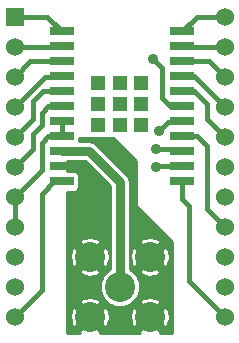
<source format=gtl>
G04 (created by PCBNEW (2013-07-07 BZR 4022)-stable) date 3/7/2014 3:43:31 AM*
%MOIN*%
G04 Gerber Fmt 3.4, Leading zero omitted, Abs format*
%FSLAX34Y34*%
G01*
G70*
G90*
G04 APERTURE LIST*
%ADD10C,0.00590551*%
%ADD11C,0.06*%
%ADD12R,0.06X0.06*%
%ADD13R,0.0787402X0.0314961*%
%ADD14R,0.0472441X0.0472441*%
%ADD15C,0.1*%
%ADD16C,0.035*%
%ADD17C,0.015*%
%ADD18C,0.0314961*%
%ADD19C,0.01*%
G04 APERTURE END LIST*
G54D10*
G54D11*
X8000Y-1000D03*
X8000Y-2000D03*
X8000Y-3000D03*
X8000Y-4000D03*
X8000Y-5000D03*
X8000Y-6000D03*
X8000Y-7000D03*
X8000Y-8000D03*
X8000Y-9000D03*
X8000Y-10000D03*
X8000Y-11000D03*
G54D12*
X1000Y-1000D03*
G54D11*
X1000Y-2000D03*
X1000Y-3000D03*
X1000Y-4000D03*
X1000Y-5000D03*
X1000Y-6000D03*
X1000Y-7000D03*
X1000Y-8000D03*
X1000Y-9000D03*
X1000Y-10000D03*
X1000Y-11000D03*
G54D13*
X2570Y-1478D03*
X2570Y-1978D03*
X2570Y-2478D03*
X2570Y-2978D03*
X2570Y-3478D03*
X2570Y-3978D03*
X2570Y-4478D03*
X2570Y-4978D03*
X2570Y-5478D03*
X2570Y-5978D03*
X2570Y-6478D03*
X6586Y-6478D03*
X6586Y-5978D03*
X6586Y-5478D03*
X6586Y-4978D03*
X6586Y-4478D03*
X6586Y-3978D03*
X6586Y-3478D03*
X6586Y-2978D03*
X6586Y-2478D03*
X6586Y-1978D03*
X6586Y-1478D03*
G54D14*
X3791Y-3191D03*
X3791Y-3900D03*
X3791Y-4608D03*
X4500Y-3191D03*
X4500Y-3900D03*
X4500Y-4608D03*
X5208Y-3191D03*
X5208Y-3900D03*
X5208Y-4608D03*
G54D15*
X4500Y-10000D03*
X3500Y-9000D03*
X5500Y-9000D03*
X5500Y-11000D03*
X3500Y-11000D03*
G54D16*
X3900Y-6700D03*
X4800Y-6000D03*
X4200Y-5400D03*
X3400Y-6200D03*
X5700Y-6000D03*
X5600Y-2400D03*
X5800Y-4800D03*
X5700Y-5400D03*
G54D17*
X1000Y-11000D02*
X1900Y-10100D01*
X2321Y-6478D02*
X2570Y-6478D01*
X1900Y-6900D02*
X2321Y-6478D01*
X1900Y-10100D02*
X1900Y-6900D01*
X5721Y-5978D02*
X6586Y-5978D01*
X5700Y-6000D02*
X5721Y-5978D01*
X2570Y-3478D02*
X1931Y-3478D01*
X1600Y-4400D02*
X1000Y-5000D01*
X1600Y-3810D02*
X1600Y-4400D01*
X1931Y-3478D02*
X1600Y-3810D01*
X2570Y-4978D02*
X2570Y-4478D01*
X1000Y-8000D02*
X1000Y-7000D01*
X1000Y-7000D02*
X1900Y-6099D01*
X1900Y-6099D02*
X1900Y-5199D01*
X1900Y-5199D02*
X2121Y-4978D01*
X2121Y-4978D02*
X2570Y-4978D01*
X6586Y-6478D02*
X6586Y-7086D01*
X6800Y-9800D02*
X8000Y-11000D01*
X6800Y-7300D02*
X6800Y-9800D01*
X6586Y-7086D02*
X6800Y-7300D01*
X6178Y-3978D02*
X6586Y-3978D01*
X5900Y-3700D02*
X6178Y-3978D01*
X5900Y-2700D02*
X5900Y-3700D01*
X5600Y-2400D02*
X5900Y-2700D01*
X6586Y-3478D02*
X6978Y-3478D01*
X7400Y-4400D02*
X8000Y-5000D01*
X7400Y-3900D02*
X7400Y-4400D01*
X6978Y-3478D02*
X7400Y-3900D01*
X1000Y-1000D02*
X2092Y-1000D01*
X2092Y-1000D02*
X2570Y-1478D01*
X7400Y-7000D02*
X7400Y-5300D01*
X7400Y-7400D02*
X7400Y-7000D01*
X8000Y-8000D02*
X7400Y-7400D01*
X7078Y-4978D02*
X6586Y-4978D01*
X7400Y-5300D02*
X7078Y-4978D01*
X6565Y-4500D02*
X6586Y-4478D01*
X6100Y-4500D02*
X6565Y-4500D01*
X5800Y-4800D02*
X6100Y-4500D01*
X8000Y-2000D02*
X6607Y-2000D01*
X6607Y-2000D02*
X6586Y-1978D01*
X7978Y-1978D02*
X8000Y-2000D01*
X2570Y-3978D02*
X2121Y-3978D01*
X1600Y-5400D02*
X1000Y-6000D01*
X1600Y-4900D02*
X1600Y-5400D01*
X1900Y-4600D02*
X1600Y-4900D01*
X1900Y-4200D02*
X1900Y-4600D01*
X2121Y-3978D02*
X1900Y-4200D01*
X1000Y-4000D02*
X2000Y-3000D01*
X2000Y-3000D02*
X2549Y-3000D01*
X2549Y-3000D02*
X2570Y-2978D01*
X5700Y-5400D02*
X6507Y-5400D01*
X6507Y-5400D02*
X6586Y-5478D01*
X2570Y-2478D02*
X1521Y-2478D01*
X1521Y-2478D02*
X1000Y-3000D01*
G54D18*
X4500Y-10000D02*
X4500Y-6500D01*
X3478Y-5478D02*
X2570Y-5478D01*
X4500Y-6500D02*
X3478Y-5478D01*
G54D17*
X6586Y-2478D02*
X7478Y-2478D01*
X7478Y-2478D02*
X8000Y-3000D01*
X1000Y-2000D02*
X2549Y-2000D01*
X2549Y-2000D02*
X2570Y-1978D01*
X6586Y-2978D02*
X6978Y-2978D01*
X6978Y-2978D02*
X8000Y-4000D01*
X8000Y-1000D02*
X7065Y-1000D01*
X7065Y-1000D02*
X6586Y-1478D01*
G54D10*
G36*
X6250Y-11550D02*
X6160Y-11550D01*
X6160Y-11055D01*
X6160Y-9055D01*
X6131Y-8798D01*
X6088Y-8695D01*
X6007Y-8634D01*
X5865Y-8775D01*
X5865Y-8492D01*
X5804Y-8411D01*
X5555Y-8339D01*
X5298Y-8368D01*
X5195Y-8411D01*
X5134Y-8492D01*
X5500Y-8858D01*
X5865Y-8492D01*
X5865Y-8775D01*
X5641Y-9000D01*
X6007Y-9365D01*
X6088Y-9304D01*
X6160Y-9055D01*
X6160Y-11055D01*
X6131Y-10798D01*
X6088Y-10695D01*
X6007Y-10634D01*
X5865Y-10775D01*
X5865Y-10492D01*
X5865Y-9507D01*
X5500Y-9141D01*
X5358Y-9282D01*
X5358Y-9000D01*
X4992Y-8634D01*
X4911Y-8695D01*
X4839Y-8944D01*
X4868Y-9201D01*
X4911Y-9304D01*
X4992Y-9365D01*
X5358Y-9000D01*
X5358Y-9282D01*
X5134Y-9507D01*
X5195Y-9588D01*
X5444Y-9660D01*
X5701Y-9631D01*
X5804Y-9588D01*
X5865Y-9507D01*
X5865Y-10492D01*
X5804Y-10411D01*
X5555Y-10339D01*
X5298Y-10368D01*
X5195Y-10411D01*
X5134Y-10492D01*
X5500Y-10858D01*
X5865Y-10492D01*
X5865Y-10775D01*
X5641Y-11000D01*
X6007Y-11365D01*
X6088Y-11304D01*
X6160Y-11055D01*
X6160Y-11550D01*
X5833Y-11550D01*
X5865Y-11507D01*
X5500Y-11141D01*
X5358Y-11282D01*
X5358Y-11000D01*
X4992Y-10634D01*
X4911Y-10695D01*
X4839Y-10944D01*
X4868Y-11201D01*
X4911Y-11304D01*
X4992Y-11365D01*
X5358Y-11000D01*
X5358Y-11282D01*
X5134Y-11507D01*
X5166Y-11550D01*
X4160Y-11550D01*
X4160Y-11055D01*
X4131Y-10798D01*
X4088Y-10695D01*
X4007Y-10634D01*
X3865Y-10775D01*
X3865Y-10492D01*
X3804Y-10411D01*
X3555Y-10339D01*
X3298Y-10368D01*
X3195Y-10411D01*
X3134Y-10492D01*
X3500Y-10858D01*
X3865Y-10492D01*
X3865Y-10775D01*
X3641Y-11000D01*
X4007Y-11365D01*
X4088Y-11304D01*
X4160Y-11055D01*
X4160Y-11550D01*
X3833Y-11550D01*
X3865Y-11507D01*
X3500Y-11141D01*
X3358Y-11282D01*
X3358Y-11000D01*
X2992Y-10634D01*
X2911Y-10695D01*
X2839Y-10944D01*
X2868Y-11201D01*
X2911Y-11304D01*
X2992Y-11365D01*
X3358Y-11000D01*
X3358Y-11282D01*
X3134Y-11507D01*
X3166Y-11550D01*
X2750Y-11550D01*
X2750Y-7100D01*
X2750Y-6826D01*
X3002Y-6826D01*
X3072Y-6797D01*
X3125Y-6743D01*
X3154Y-6674D01*
X3154Y-6598D01*
X3154Y-6283D01*
X3125Y-6213D01*
X3072Y-6160D01*
X3002Y-6131D01*
X2926Y-6131D01*
X2750Y-6131D01*
X2750Y-5806D01*
X2998Y-5806D01*
X2998Y-5806D01*
X3343Y-5806D01*
X4172Y-6635D01*
X4172Y-9410D01*
X4160Y-9415D01*
X4160Y-9055D01*
X4131Y-8798D01*
X4088Y-8695D01*
X4007Y-8634D01*
X3865Y-8775D01*
X3865Y-8492D01*
X3804Y-8411D01*
X3555Y-8339D01*
X3298Y-8368D01*
X3195Y-8411D01*
X3134Y-8492D01*
X3500Y-8858D01*
X3865Y-8492D01*
X3865Y-8775D01*
X3641Y-9000D01*
X4007Y-9365D01*
X4088Y-9304D01*
X4160Y-9055D01*
X4160Y-9415D01*
X4120Y-9431D01*
X3932Y-9619D01*
X3865Y-9780D01*
X3865Y-9507D01*
X3500Y-9141D01*
X3358Y-9282D01*
X3358Y-9000D01*
X2992Y-8634D01*
X2911Y-8695D01*
X2839Y-8944D01*
X2868Y-9201D01*
X2911Y-9304D01*
X2992Y-9365D01*
X3358Y-9000D01*
X3358Y-9282D01*
X3134Y-9507D01*
X3195Y-9588D01*
X3444Y-9660D01*
X3701Y-9631D01*
X3804Y-9588D01*
X3865Y-9507D01*
X3865Y-9780D01*
X3830Y-9866D01*
X3829Y-10132D01*
X3931Y-10379D01*
X4119Y-10567D01*
X4366Y-10669D01*
X4632Y-10670D01*
X4879Y-10568D01*
X5067Y-10380D01*
X5169Y-10133D01*
X5170Y-9867D01*
X5068Y-9620D01*
X4880Y-9432D01*
X4827Y-9410D01*
X4827Y-6500D01*
X4827Y-6499D01*
X4802Y-6374D01*
X4802Y-6374D01*
X4778Y-6339D01*
X4731Y-6268D01*
X4731Y-6268D01*
X3710Y-5247D01*
X3604Y-5176D01*
X3478Y-5151D01*
X3154Y-5151D01*
X3154Y-5098D01*
X3154Y-5050D01*
X4279Y-5050D01*
X5050Y-5820D01*
X5050Y-7320D01*
X6250Y-8520D01*
X6250Y-11550D01*
X6250Y-11550D01*
G37*
G54D19*
X6250Y-11550D02*
X6160Y-11550D01*
X6160Y-11055D01*
X6160Y-9055D01*
X6131Y-8798D01*
X6088Y-8695D01*
X6007Y-8634D01*
X5865Y-8775D01*
X5865Y-8492D01*
X5804Y-8411D01*
X5555Y-8339D01*
X5298Y-8368D01*
X5195Y-8411D01*
X5134Y-8492D01*
X5500Y-8858D01*
X5865Y-8492D01*
X5865Y-8775D01*
X5641Y-9000D01*
X6007Y-9365D01*
X6088Y-9304D01*
X6160Y-9055D01*
X6160Y-11055D01*
X6131Y-10798D01*
X6088Y-10695D01*
X6007Y-10634D01*
X5865Y-10775D01*
X5865Y-10492D01*
X5865Y-9507D01*
X5500Y-9141D01*
X5358Y-9282D01*
X5358Y-9000D01*
X4992Y-8634D01*
X4911Y-8695D01*
X4839Y-8944D01*
X4868Y-9201D01*
X4911Y-9304D01*
X4992Y-9365D01*
X5358Y-9000D01*
X5358Y-9282D01*
X5134Y-9507D01*
X5195Y-9588D01*
X5444Y-9660D01*
X5701Y-9631D01*
X5804Y-9588D01*
X5865Y-9507D01*
X5865Y-10492D01*
X5804Y-10411D01*
X5555Y-10339D01*
X5298Y-10368D01*
X5195Y-10411D01*
X5134Y-10492D01*
X5500Y-10858D01*
X5865Y-10492D01*
X5865Y-10775D01*
X5641Y-11000D01*
X6007Y-11365D01*
X6088Y-11304D01*
X6160Y-11055D01*
X6160Y-11550D01*
X5833Y-11550D01*
X5865Y-11507D01*
X5500Y-11141D01*
X5358Y-11282D01*
X5358Y-11000D01*
X4992Y-10634D01*
X4911Y-10695D01*
X4839Y-10944D01*
X4868Y-11201D01*
X4911Y-11304D01*
X4992Y-11365D01*
X5358Y-11000D01*
X5358Y-11282D01*
X5134Y-11507D01*
X5166Y-11550D01*
X4160Y-11550D01*
X4160Y-11055D01*
X4131Y-10798D01*
X4088Y-10695D01*
X4007Y-10634D01*
X3865Y-10775D01*
X3865Y-10492D01*
X3804Y-10411D01*
X3555Y-10339D01*
X3298Y-10368D01*
X3195Y-10411D01*
X3134Y-10492D01*
X3500Y-10858D01*
X3865Y-10492D01*
X3865Y-10775D01*
X3641Y-11000D01*
X4007Y-11365D01*
X4088Y-11304D01*
X4160Y-11055D01*
X4160Y-11550D01*
X3833Y-11550D01*
X3865Y-11507D01*
X3500Y-11141D01*
X3358Y-11282D01*
X3358Y-11000D01*
X2992Y-10634D01*
X2911Y-10695D01*
X2839Y-10944D01*
X2868Y-11201D01*
X2911Y-11304D01*
X2992Y-11365D01*
X3358Y-11000D01*
X3358Y-11282D01*
X3134Y-11507D01*
X3166Y-11550D01*
X2750Y-11550D01*
X2750Y-7100D01*
X2750Y-6826D01*
X3002Y-6826D01*
X3072Y-6797D01*
X3125Y-6743D01*
X3154Y-6674D01*
X3154Y-6598D01*
X3154Y-6283D01*
X3125Y-6213D01*
X3072Y-6160D01*
X3002Y-6131D01*
X2926Y-6131D01*
X2750Y-6131D01*
X2750Y-5806D01*
X2998Y-5806D01*
X2998Y-5806D01*
X3343Y-5806D01*
X4172Y-6635D01*
X4172Y-9410D01*
X4160Y-9415D01*
X4160Y-9055D01*
X4131Y-8798D01*
X4088Y-8695D01*
X4007Y-8634D01*
X3865Y-8775D01*
X3865Y-8492D01*
X3804Y-8411D01*
X3555Y-8339D01*
X3298Y-8368D01*
X3195Y-8411D01*
X3134Y-8492D01*
X3500Y-8858D01*
X3865Y-8492D01*
X3865Y-8775D01*
X3641Y-9000D01*
X4007Y-9365D01*
X4088Y-9304D01*
X4160Y-9055D01*
X4160Y-9415D01*
X4120Y-9431D01*
X3932Y-9619D01*
X3865Y-9780D01*
X3865Y-9507D01*
X3500Y-9141D01*
X3358Y-9282D01*
X3358Y-9000D01*
X2992Y-8634D01*
X2911Y-8695D01*
X2839Y-8944D01*
X2868Y-9201D01*
X2911Y-9304D01*
X2992Y-9365D01*
X3358Y-9000D01*
X3358Y-9282D01*
X3134Y-9507D01*
X3195Y-9588D01*
X3444Y-9660D01*
X3701Y-9631D01*
X3804Y-9588D01*
X3865Y-9507D01*
X3865Y-9780D01*
X3830Y-9866D01*
X3829Y-10132D01*
X3931Y-10379D01*
X4119Y-10567D01*
X4366Y-10669D01*
X4632Y-10670D01*
X4879Y-10568D01*
X5067Y-10380D01*
X5169Y-10133D01*
X5170Y-9867D01*
X5068Y-9620D01*
X4880Y-9432D01*
X4827Y-9410D01*
X4827Y-6500D01*
X4827Y-6499D01*
X4802Y-6374D01*
X4802Y-6374D01*
X4778Y-6339D01*
X4731Y-6268D01*
X4731Y-6268D01*
X3710Y-5247D01*
X3604Y-5176D01*
X3478Y-5151D01*
X3154Y-5151D01*
X3154Y-5098D01*
X3154Y-5050D01*
X4279Y-5050D01*
X5050Y-5820D01*
X5050Y-7320D01*
X6250Y-8520D01*
X6250Y-11550D01*
M02*

</source>
